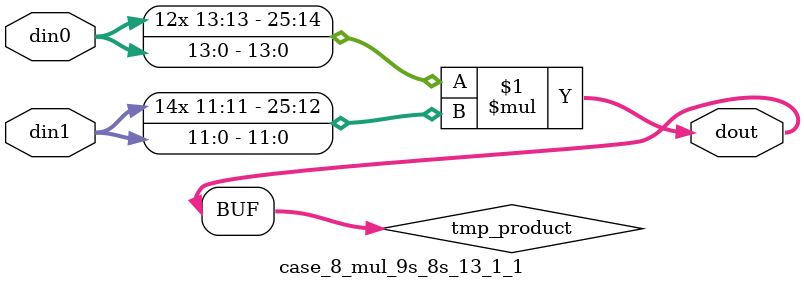
<source format=v>

`timescale 1 ns / 1 ps

 module case_8_mul_9s_8s_13_1_1(din0, din1, dout);
parameter ID = 1;
parameter NUM_STAGE = 0;
parameter din0_WIDTH = 14;
parameter din1_WIDTH = 12;
parameter dout_WIDTH = 26;

input [din0_WIDTH - 1 : 0] din0; 
input [din1_WIDTH - 1 : 0] din1; 
output [dout_WIDTH - 1 : 0] dout;

wire signed [dout_WIDTH - 1 : 0] tmp_product;



























assign tmp_product = $signed(din0) * $signed(din1);








assign dout = tmp_product;





















endmodule

</source>
